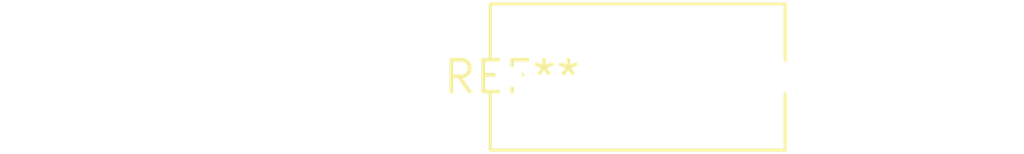
<source format=kicad_pcb>
(kicad_pcb (version 20240108) (generator pcbnew)
  (layers (0 "F.Cu" signal) (31 "B.Cu" signal) (34 "B.Paste" user) (35 "F.Paste" user) (36 "B.SilkS" user "B.Silkscreen") (37 "F.SilkS" user "F.Silkscreen") (38 "B.Mask" user) (39 "F.Mask" user) (44 "Edge.Cuts" user))
  (net 0 "")
  (footprint "C_Rect_L11.5mm_W5.6mm_P10.00mm_MKT" (layer "F.Cu") (at 0 0)
    (property "Reference" "REF**")
    (property "Value" "C_Rect_L11.5mm_W5.6mm_P10.00mm_MKT")
    (fp_line (start -0.87 -2.92) (end -0.87 -0.665) (layer "F.SilkS") (stroke (width 0.12)))
    (fp_line (start -0.87 -2.92) (end 10.87 -2.92) (layer "F.SilkS") (stroke (width 0.12)))
    (fp_line (start -0.87 0.665) (end -0.87 2.92) (layer "F.SilkS") (stroke (width 0.12)))
    (fp_line (start -0.87 2.92) (end 10.87 2.92) (layer "F.SilkS") (stroke (width 0.12)))
    (fp_line (start 10.87 -2.92) (end 10.87 -0.665) (layer "F.SilkS") (stroke (width 0.12)))
    (fp_line (start 10.87 0.665) (end 10.87 2.92) (layer "F.SilkS") (stroke (width 0.12)))
    (pad "1" thru_hole circle (at 0 0) (size 1.6 1.6) (drill 0.8) (layers *.Cu *.Mask) (remove_unused_layers))
    (pad "2" thru_hole circle (at 10 0) (size 1.6 1.6) (drill 0.8) (layers *.Cu *.Mask) (remove_unused_layers))
  )
)
</source>
